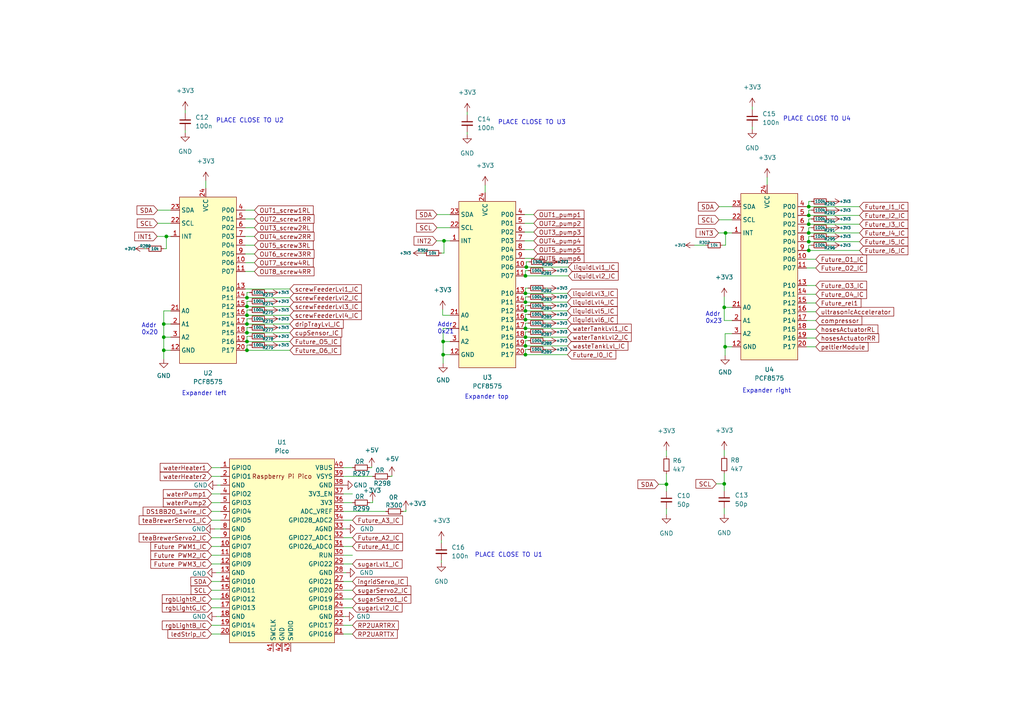
<source format=kicad_sch>
(kicad_sch (version 20231120) (generator "eeschema") (generator_version "8.0")
  (paper "A4")
  (junction (at 152.4 100.33))
  (junction (at 152.4 85.09))
  (junction (at 234.569 65.024))
  (junction (at 152.4 87.63))
  (junction (at 71.628 91.44))
  (junction (at 71.628 101.6))
  (junction (at 193.294 140.462))
  (junction (at 47.498 97.79))
  (junction (at 48.26 68.58))
  (junction (at 71.628 86.36))
  (junction (at 152.4 90.17))
  (junction (at 234.569 72.644))
  (junction (at 152.4 92.71))
  (junction (at 210.312 100.584))
  (junction (at 234.5614 67.564))
  (junction (at 152.4 80.01))
  (junction (at 152.6483 77.47))
  (junction (at 128.524 99.06))
  (junction (at 71.628 88.9))
  (junction (at 234.569 62.484))
  (junction (at 71.628 96.52))
  (junction (at 152.4 97.79))
  (junction (at 152.4 95.25))
  (junction (at 128.524 102.87))
  (junction (at 128.778 69.85))
  (junction (at 210.058 89.154))
  (junction (at 210.058 140.335))
  (junction (at 47.498 93.98))
  (junction (at 234.569 59.944))
  (junction (at 71.628 93.98))
  (junction (at 234.569 70.104))
  (junction (at 71.628 99.06))
  (junction (at 47.498 101.6))
  (junction (at 152.4 102.87))
  (junction (at 210.439 67.564))
  (wire (pts (xy 72.39 87.376) (xy 71.628 87.376)))
  (wire (pts (xy 77.47 84.836) (xy 77.978 84.836)))
  (wire (pts (xy 152.146 97.79) (xy 152.4 97.79)))
  (wire (pts (xy 64.008 143.256) (xy 61.341 143.256)))
  (wire (pts (xy 71.12 76.2) (xy 73.787 76.2)))
  (wire (pts (xy 193.294 137.414) (xy 193.294 140.462)))
  (wire (pts (xy 153.162 91.186) (xy 152.4 91.186)))
  (wire (pts (xy 158.242 101.346) (xy 158.75 101.346)))
  (wire (pts (xy 99.568 143.256) (xy 102.235 143.256)))
  (wire (pts (xy 71.628 86.36) (xy 84.074 86.36)))
  (wire (pts (xy 234.569 59.944) (xy 249.301 59.944)))
  (wire (pts (xy 71.628 88.9) (xy 84.074 88.9)))
  (wire (pts (xy 71.628 93.98) (xy 84.074 93.98)))
  (wire (pts (xy 152.146 77.47) (xy 152.6483 77.47)))
  (wire (pts (xy 222.504 51.435) (xy 222.504 53.594)))
  (wire (pts (xy 71.12 66.04) (xy 73.787 66.04)))
  (wire (pts (xy 193.294 147.574) (xy 193.294 149.225)))
  (wire (pts (xy 234.569 72.644) (xy 249.301 72.644)))
  (wire (pts (xy 234.569 58.42) (xy 234.569 59.944)))
  (wire (pts (xy 72.39 89.916) (xy 71.628 89.916)))
  (wire (pts (xy 128.524 102.87) (xy 128.524 105.41)))
  (wire (pts (xy 233.934 65.024) (xy 234.569 65.024)))
  (wire (pts (xy 152.146 92.71) (xy 152.4 92.71)))
  (wire (pts (xy 126.619 69.85) (xy 128.778 69.85)))
  (wire (pts (xy 152.4 101.346) (xy 152.4 102.87)))
  (wire (pts (xy 128.778 69.85) (xy 130.556 69.85)))
  (wire (pts (xy 152.146 72.39) (xy 154.813 72.39)))
  (wire (pts (xy 128.524 95.25) (xy 128.524 99.06)))
  (wire (pts (xy 99.568 155.956) (xy 102.235 155.956)))
  (wire (pts (xy 77.47 97.536) (xy 77.978 97.536)))
  (wire (pts (xy 152.4 86.106) (xy 152.4 87.63)))
  (wire (pts (xy 153.4103 75.946) (xy 152.6483 75.946)))
  (wire (pts (xy 71.628 91.44) (xy 84.074 91.44)))
  (wire (pts (xy 152.146 62.23) (xy 154.813 62.23)))
  (wire (pts (xy 158.242 78.486) (xy 158.75 78.486)))
  (wire (pts (xy 99.568 140.716) (xy 99.695 140.716)))
  (wire (pts (xy 64.008 161.036) (xy 61.341 161.036)))
  (wire (pts (xy 235.331 63.5) (xy 234.569 63.5)))
  (wire (pts (xy 234.569 71.12) (xy 234.569 72.644)))
  (wire (pts (xy 64.008 155.956) (xy 61.341 155.956)))
  (wire (pts (xy 48.26 68.58) (xy 48.26 72.136)))
  (wire (pts (xy 233.934 90.424) (xy 236.601 90.424)))
  (wire (pts (xy 130.556 99.06) (xy 128.524 99.06)))
  (wire (pts (xy 113.665 138.176) (xy 113.157 138.176)))
  (wire (pts (xy 233.934 85.344) (xy 236.601 85.344)))
  (wire (pts (xy 233.934 77.724) (xy 236.601 77.724)))
  (wire (pts (xy 128.397 89.789) (xy 128.397 91.44)))
  (wire (pts (xy 210.312 96.774) (xy 210.312 100.584)))
  (wire (pts (xy 64.008 135.636) (xy 61.341 135.636)))
  (wire (pts (xy 49.53 90.17) (xy 47.498 90.17)))
  (wire (pts (xy 152.146 69.85) (xy 154.813 69.85)))
  (wire (pts (xy 204.597 71.12) (xy 201.422 71.12)))
  (wire (pts (xy 152.4 80.01) (xy 164.846 80.01)))
  (wire (pts (xy 210.058 147.447) (xy 210.058 149.098)))
  (wire (pts (xy 64.008 148.336) (xy 61.341 148.336)))
  (wire (pts (xy 234.569 68.58) (xy 234.569 70.104)))
  (wire (pts (xy 210.439 67.564) (xy 210.439 71.12)))
  (wire (pts (xy 49.53 97.79) (xy 47.498 97.79)))
  (wire (pts (xy 64.008 138.176) (xy 61.341 138.176)))
  (wire (pts (xy 235.3234 66.04) (xy 234.5614 66.04)))
  (wire (pts (xy 152.4 85.09) (xy 164.592 85.09)))
  (wire (pts (xy 130.556 91.44) (xy 128.397 91.44)))
  (wire (pts (xy 193.294 140.462) (xy 193.294 142.494)))
  (wire (pts (xy 42.418 72.136) (xy 41.91 72.136)))
  (wire (pts (xy 152.146 85.09) (xy 152.4 85.09)))
  (wire (pts (xy 152.4 102.87) (xy 164.592 102.87)))
  (wire (pts (xy 64.008 163.576) (xy 61.341 163.576)))
  (wire (pts (xy 212.344 92.964) (xy 210.058 92.964)))
  (wire (pts (xy 71.628 84.836) (xy 71.628 86.36)))
  (wire (pts (xy 152.6483 75.946) (xy 152.6483 77.47)))
  (wire (pts (xy 234.5614 66.04) (xy 234.5614 67.564)))
  (wire (pts (xy 99.568 183.896) (xy 102.235 183.896)))
  (wire (pts (xy 233.934 59.944) (xy 234.569 59.944)))
  (wire (pts (xy 240.411 68.58) (xy 240.919 68.58)))
  (wire (pts (xy 152.146 64.77) (xy 154.813 64.77)))
  (wire (pts (xy 64.008 178.816) (xy 62.738 178.816)))
  (wire (pts (xy 158.242 93.726) (xy 158.75 93.726)))
  (wire (pts (xy 72.39 84.836) (xy 71.628 84.836)))
  (wire (pts (xy 72.39 97.536) (xy 71.628 97.536)))
  (wire (pts (xy 152.4 78.486) (xy 152.4 80.01)))
  (wire (pts (xy 235.331 68.58) (xy 234.569 68.58)))
  (wire (pts (xy 71.628 89.916) (xy 71.628 91.44)))
  (wire (pts (xy 140.716 53.721) (xy 140.716 55.88)))
  (wire (pts (xy 153.162 78.486) (xy 152.4 78.486)))
  (wire (pts (xy 99.568 158.496) (xy 102.235 158.496)))
  (wire (pts (xy 99.568 135.636) (xy 102.235 135.636)))
  (wire (pts (xy 71.12 86.36) (xy 71.628 86.36)))
  (wire (pts (xy 99.568 168.656) (xy 102.235 168.656)))
  (wire (pts (xy 71.12 78.74) (xy 73.787 78.74)))
  (wire (pts (xy 117.729 147.828) (xy 117.729 148.336)))
  (wire (pts (xy 152.4 83.566) (xy 152.4 85.09)))
  (wire (pts (xy 235.331 60.96) (xy 234.569 60.96)))
  (wire (pts (xy 234.569 62.484) (xy 249.301 62.484)))
  (wire (pts (xy 77.47 100.076) (xy 77.978 100.076)))
  (wire (pts (xy 210.058 137.287) (xy 210.058 140.335)))
  (wire (pts (xy 233.934 87.884) (xy 236.601 87.884)))
  (wire (pts (xy 64.008 183.896) (xy 61.341 183.896)))
  (wire (pts (xy 108.077 145.796) (xy 107.315 145.796)))
  (wire (pts (xy 71.12 71.12) (xy 73.787 71.12)))
  (wire (pts (xy 128.016 162.56) (xy 128.016 163.195)))
  (wire (pts (xy 210.058 140.335) (xy 207.772 140.335)))
  (wire (pts (xy 233.934 75.184) (xy 236.601 75.184)))
  (wire (pts (xy 64.008 158.496) (xy 61.341 158.496)))
  (wire (pts (xy 153.162 101.346) (xy 152.4 101.346)))
  (wire (pts (xy 152.146 95.25) (xy 152.4 95.25)))
  (wire (pts (xy 234.5614 67.564) (xy 249.301 67.564)))
  (wire (pts (xy 152.6483 77.47) (xy 164.846 77.47)))
  (wire (pts (xy 77.47 94.996) (xy 77.978 94.996)))
  (wire (pts (xy 71.12 88.9) (xy 71.628 88.9)))
  (wire (pts (xy 233.934 67.564) (xy 234.5614 67.564)))
  (wire (pts (xy 208.534 63.754) (xy 212.344 63.754)))
  (wire (pts (xy 71.12 101.6) (xy 71.628 101.6)))
  (wire (pts (xy 71.12 73.66) (xy 73.787 73.66)))
  (wire (pts (xy 128.016 156.718) (xy 128.016 157.48)))
  (wire (pts (xy 152.4 97.79) (xy 164.592 97.79)))
  (wire (pts (xy 210.058 130.556) (xy 210.058 132.207)))
  (wire (pts (xy 47.498 97.79) (xy 47.498 101.6)))
  (wire (pts (xy 152.4 100.33) (xy 164.592 100.33)))
  (wire (pts (xy 99.568 150.876) (xy 102.235 150.876)))
  (wire (pts (xy 240.411 63.5) (xy 240.919 63.5)))
  (wire (pts (xy 53.721 32.004) (xy 53.721 32.766)))
  (wire (pts (xy 210.312 100.584) (xy 212.344 100.584)))
  (wire (pts (xy 64.008 176.276) (xy 61.341 176.276)))
  (wire (pts (xy 122.936 73.406) (xy 122.428 73.406)))
  (wire (pts (xy 107.823 135.382) (xy 107.823 135.636)))
  (wire (pts (xy 45.72 64.77) (xy 49.53 64.77)))
  (wire (pts (xy 152.146 90.17) (xy 152.4 90.17)))
  (wire (pts (xy 47.498 101.6) (xy 49.53 101.6)))
  (wire (pts (xy 71.12 99.06) (xy 71.628 99.06)))
  (wire (pts (xy 158.242 91.186) (xy 158.75 91.186)))
  (wire (pts (xy 158.242 98.806) (xy 158.75 98.806)))
  (wire (pts (xy 128.524 102.87) (xy 130.556 102.87)))
  (wire (pts (xy 128.016 73.406) (xy 128.778 73.406)))
  (wire (pts (xy 152.4 90.17) (xy 164.592 90.17)))
  (wire (pts (xy 209.677 71.12) (xy 210.439 71.12)))
  (wire (pts (xy 47.498 72.136) (xy 48.26 72.136)))
  (wire (pts (xy 77.47 89.916) (xy 77.978 89.916)))
  (wire (pts (xy 71.628 99.06) (xy 84.074 99.06)))
  (wire (pts (xy 153.162 98.806) (xy 152.4 98.806)))
  (wire (pts (xy 99.568 138.176) (xy 108.077 138.176)))
  (wire (pts (xy 240.411 71.12) (xy 240.919 71.12)))
  (wire (pts (xy 45.593 68.58) (xy 48.26 68.58)))
  (wire (pts (xy 99.568 171.196) (xy 102.235 171.196)))
  (wire (pts (xy 71.628 87.376) (xy 71.628 88.9)))
  (wire (pts (xy 152.4 88.646) (xy 152.4 90.17)))
  (wire (pts (xy 158.242 86.106) (xy 158.75 86.106)))
  (wire (pts (xy 218.186 36.83) (xy 218.186 37.465)))
  (wire (pts (xy 210.058 89.154) (xy 212.344 89.154)))
  (wire (pts (xy 240.411 58.42) (xy 240.919 58.42)))
  (wire (pts (xy 99.568 145.796) (xy 102.235 145.796)))
  (wire (pts (xy 152.146 100.33) (xy 152.4 100.33)))
  (wire (pts (xy 153.162 86.106) (xy 152.4 86.106)))
  (wire (pts (xy 64.008 171.196) (xy 61.341 171.196)))
  (wire (pts (xy 99.568 178.816) (xy 100.076 178.816)))
  (wire (pts (xy 71.12 96.52) (xy 71.628 96.52)))
  (wire (pts (xy 233.934 72.644) (xy 234.569 72.644)))
  (wire (pts (xy 64.008 166.116) (xy 62.738 166.116)))
  (wire (pts (xy 152.146 80.01) (xy 152.4 80.01)))
  (wire (pts (xy 210.058 92.964) (xy 210.058 89.154)))
  (wire (pts (xy 71.628 96.52) (xy 84.074 96.52)))
  (wire (pts (xy 71.12 63.5) (xy 73.787 63.5)))
  (wire (pts (xy 126.746 66.04) (xy 130.556 66.04)))
  (wire (pts (xy 233.934 100.584) (xy 236.601 100.584)))
  (wire (pts (xy 158.242 83.566) (xy 158.75 83.566)))
  (wire (pts (xy 108.077 145.288) (xy 108.077 145.796)))
  (wire (pts (xy 152.4 91.186) (xy 152.4 92.71)))
  (wire (pts (xy 233.934 82.804) (xy 236.601 82.804)))
  (wire (pts (xy 77.47 87.376) (xy 77.978 87.376)))
  (wire (pts (xy 233.934 70.104) (xy 234.569 70.104)))
  (wire (pts (xy 126.746 62.23) (xy 130.556 62.23)))
  (wire (pts (xy 71.628 101.6) (xy 84.074 101.6)))
  (wire (pts (xy 71.628 97.536) (xy 71.628 99.06)))
  (wire (pts (xy 235.331 71.12) (xy 234.569 71.12)))
  (wire (pts (xy 153.162 93.726) (xy 152.4 93.726)))
  (wire (pts (xy 153.162 96.266) (xy 152.4 96.266)))
  (wire (pts (xy 152.146 67.31) (xy 154.813 67.31)))
  (wire (pts (xy 49.53 93.98) (xy 47.498 93.98)))
  (wire (pts (xy 152.146 87.63) (xy 152.4 87.63)))
  (wire (pts (xy 152.4 95.25) (xy 164.592 95.25)))
  (wire (pts (xy 128.778 69.85) (xy 128.778 73.406)))
  (wire (pts (xy 64.008 150.876) (xy 61.341 150.876)))
  (wire (pts (xy 72.39 100.076) (xy 71.628 100.076)))
  (wire (pts (xy 158.242 88.646) (xy 158.75 88.646)))
  (wire (pts (xy 71.628 100.076) (xy 71.628 101.6)))
  (wire (pts (xy 71.12 68.58) (xy 73.787 68.58)))
  (wire (pts (xy 72.39 92.456) (xy 71.628 92.456)))
  (wire (pts (xy 234.569 60.96) (xy 234.569 62.484)))
  (wire (pts (xy 107.823 135.636) (xy 107.315 135.636)))
  (wire (pts (xy 135.509 38.354) (xy 135.509 38.989)))
  (wire (pts (xy 71.12 93.98) (xy 71.628 93.98)))
  (wire (pts (xy 62.992 140.716) (xy 64.008 140.716)))
  (wire (pts (xy 193.294 130.683) (xy 193.294 132.334)))
  (wire (pts (xy 71.628 94.996) (xy 71.628 96.52)))
  (wire (pts (xy 210.058 140.335) (xy 210.058 142.367)))
  (wire (pts (xy 233.934 92.964) (xy 236.601 92.964)))
  (wire (pts (xy 210.439 67.564) (xy 212.344 67.564)))
  (wire (pts (xy 208.534 59.944) (xy 212.344 59.944)))
  (wire (pts (xy 210.058 89.154) (xy 210.058 86.106)))
  (wire (pts (xy 218.186 30.988) (xy 218.186 31.75)))
  (wire (pts (xy 234.569 65.024) (xy 249.301 65.024)))
  (wire (pts (xy 72.39 94.996) (xy 71.628 94.996)))
  (wire (pts (xy 158.4903 75.946) (xy 158.9983 75.946)))
  (wire (pts (xy 59.69 52.451) (xy 59.69 54.61)))
  (wire (pts (xy 71.12 83.82) (xy 84.074 83.82)))
  (wire (pts (xy 62.23 153.416) (xy 64.008 153.416)))
  (wire (pts (xy 99.568 153.416) (xy 100.33 153.416)))
  (wire (pts (xy 153.162 88.646) (xy 152.4 88.646)))
  (wire (pts (xy 152.4 87.63) (xy 164.592 87.63)))
  (wire (pts (xy 64.008 173.736) (xy 61.341 173.736)))
  (wire (pts (xy 208.407 67.564) (xy 210.439 67.564)))
  (wire (pts (xy 53.721 37.846) (xy 53.721 38.481)))
  (wire (pts (xy 153.162 83.566) (xy 152.4 83.566)))
  (wire (pts (xy 99.568 173.736) (xy 102.235 173.736)))
  (wire (pts (xy 233.934 62.484) (xy 234.569 62.484)))
  (wire (pts (xy 152.4 92.71) (xy 164.592 92.71)))
  (wire (pts (xy 64.008 181.356) (xy 61.341 181.356)))
  (wire (pts (xy 77.47 92.456) (xy 77.978 92.456)))
  (wire (pts (xy 152.4 98.806) (xy 152.4 100.33)))
  (wire (pts (xy 71.628 92.456) (xy 71.628 93.98)))
  (wire (pts (xy 210.312 100.584) (xy 210.312 103.124)))
  (wire (pts (xy 71.12 60.96) (xy 73.787 60.96)))
  (wire (pts (xy 113.665 137.922) (xy 113.665 138.176)))
  (wire (pts (xy 152.4 96.266) (xy 152.4 97.79)))
  (wire (pts (xy 45.72 60.96) (xy 49.53 60.96)))
  (wire (pts (xy 212.344 96.774) (xy 210.312 96.774)))
  (wire (pts (xy 71.12 91.44) (xy 71.628 91.44)))
  (wire (pts (xy 99.568 161.036) (xy 102.235 161.036)))
  (wire (pts (xy 233.934 95.504) (xy 236.601 95.504)))
  (wire (pts (xy 152.4 93.726) (xy 152.4 95.25)))
  (wire (pts (xy 99.568 166.116) (xy 100.33 166.116)))
  (wire (pts (xy 193.294 140.462) (xy 191.008 140.462)))
  (wire (pts (xy 99.568 148.336) (xy 111.887 148.336)))
  (wire (pts (xy 47.498 101.6) (xy 47.498 104.14)))
  (wire (pts (xy 235.331 58.42) (xy 234.569 58.42)))
  (wire (pts (xy 117.729 148.336) (xy 116.967 148.336)))
  (wire (pts (xy 128.524 99.06) (xy 128.524 102.87)))
  (wire (pts (xy 99.568 163.576) (xy 102.235 163.576)))
  (wire (pts (xy 240.411 60.96) (xy 240.919 60.96)))
  (wire (pts (xy 135.509 32.512) (xy 135.509 33.274)))
  (wire (pts (xy 152.146 102.87) (xy 152.4 102.87)))
  (wire (pts (xy 152.146 74.93) (xy 154.813 74.93)))
  (wire (pts (xy 64.008 168.656) (xy 61.341 168.656)))
  (wire (pts (xy 130.556 95.25) (xy 128.524 95.25)))
  (wire (pts (xy 240.4034 66.04) (xy 240.9114 66.04)))
  (wire (pts (xy 99.568 181.356) (xy 102.235 181.356)))
  (wire (pts (xy 158.242 96.266) (xy 158.75 96.266)))
  (wire (pts (xy 47.498 90.17) (xy 47.498 93.98)))
  (wire (pts (xy 48.26 68.58) (xy 49.53 68.58)))
  (wire (pts (xy 47.498 93.98) (xy 47.498 97.79)))
  (wire (pts (xy 99.568 176.276) (xy 102.235 176.276)))
  (wire (pts (xy 234.569 63.5) (xy 234.569 65.024)))
  (wire (pts (xy 233.934 98.044) (xy 236.601 98.044)))
  (wire (pts (xy 64.008 145.796) (xy 61.341 145.796)))
  (wire (pts (xy 234.569 70.104) (xy 249.301 70.104)))
  (text "PLACE CLOSE TO U4" (at 227.076 35.306 0) (effects (font (size 1.27 1.27)) (justify left bottom)))
  (text "Expander left\n" (at 52.705 114.935 0) (effects (font (size 1.27 1.27)) (justify left bottom)))
  (text "Addr\n0x20" (at 41.021 97.282 0) (effects (font (size 1.27 1.27)) (justify left bottom)))
  (text "PLACE CLOSE TO U2" (at 62.611 35.814 0) (effects (font (size 1.27 1.27)) (justify left bottom)))
  (text "PLACE CLOSE TO U1" (at 137.668 161.798 0) (effects (font (size 1.27 1.27)) (justify left bottom)))
  (text "Expander right" (at 215.265 114.173 0) (effects (font (size 1.27 1.27)) (justify left bottom)))
  (text "PLACE CLOSE TO U3" (at 144.399 36.322 0) (effects (font (size 1.27 1.27)) (justify left bottom)))
  (text "Addr\n0x21" (at 126.873 97.028 0) (effects (font (size 1.27 1.27)) (justify left bottom)))
  (text "Addr\n0x23" (at 204.597 93.98 0) (effects (font (size 1.27 1.27)) (justify left bottom)))
  (text "Expander top\n" (at 134.747 115.951 0) (effects (font (size 1.27 1.27)) (justify left bottom)))
  (global_label "cupSensor_IC" (shape input) (at 84.074 96.52 0) (property "Intersheetrefs" "${INTERSHEET_REFS}" (effects (hide yes))))
  (global_label "Future_O3_IC" (shape input) (at 236.601 82.804 0) (property "Intersheetrefs" "${INTERSHEET_REFS}" (effects (hide yes))))
  (global_label "sugarServo2_IC" (shape input) (at 102.235 171.196 0) (property "Intersheetrefs" "${INTERSHEET_REFS}" (effects (hide yes))))
  (global_label "OUT5_pump6" (shape input) (at 154.813 74.93 0) (property "Intersheetrefs" "${INTERSHEET_REFS}" (effects (hide yes))))
  (global_label "SCL" (shape input) (at 126.746 66.04 180) (property "Intersheetrefs" "${INTERSHEET_REFS}" (effects (hide yes))))
  (global_label "waterTankLvl1_IC" (shape input) (at 164.592 95.25 0) (property "Intersheetrefs" "${INTERSHEET_REFS}" (effects (hide yes))))
  (global_label "hosesActuatorRR" (shape input) (at 236.601 98.044 0) (property "Intersheetrefs" "${INTERSHEET_REFS}" (effects (hide yes))))
  (global_label "SCL" (shape input) (at 207.772 140.335 180) (property "Intersheetrefs" "${INTERSHEET_REFS}" (effects (hide yes))))
  (global_label "SCL" (shape input) (at 208.534 63.754 180) (property "Intersheetrefs" "${INTERSHEET_REFS}" (effects (hide yes))))
  (global_label "sugarLvl1_IC" (shape input) (at 102.235 163.576 0) (property "Intersheetrefs" "${INTERSHEET_REFS}" (effects (hide yes))))
  (global_label "rgbLightR_IC" (shape input) (at 61.341 173.736 180) (property "Intersheetrefs" "${INTERSHEET_REFS}" (effects (hide yes))))
  (global_label "OUT1_screw1RL" (shape input) (at 73.787 60.96 0) (property "Intersheetrefs" "${INTERSHEET_REFS}" (effects (hide yes))))
  (global_label "ultrasonicAccelerator" (shape input) (at 236.601 90.424 0) (property "Intersheetrefs" "${INTERSHEET_REFS}" (effects (hide yes))))
  (global_label "Future PWM3_IC" (shape input) (at 61.341 163.576 180) (property "Intersheetrefs" "${INTERSHEET_REFS}" (effects (hide yes))))
  (global_label "Future_A3_IC" (shape input) (at 102.235 150.876 0) (property "Intersheetrefs" "${INTERSHEET_REFS}" (effects (hide yes))))
  (global_label "sugarServo1_IC" (shape input) (at 102.235 173.736 0) (property "Intersheetrefs" "${INTERSHEET_REFS}" (effects (hide yes))))
  (global_label "Future_I4_IC" (shape input) (at 249.301 67.564 0) (property "Intersheetrefs" "${INTERSHEET_REFS}" (effects (hide yes))))
  (global_label "SDA" (shape input) (at 61.341 168.656 180) (property "Intersheetrefs" "${INTERSHEET_REFS}" (effects (hide yes))))
  (global_label "RP2UARTTX" (shape input) (at 102.235 183.896 0) (property "Intersheetrefs" "${INTERSHEET_REFS}" (effects (hide yes))))
  (global_label "SCL" (shape input) (at 45.72 64.77 180) (property "Intersheetrefs" "${INTERSHEET_REFS}" (effects (hide yes))))
  (global_label "wasteTankLvl_IC" (shape input) (at 164.592 100.33 0) (property "Intersheetrefs" "${INTERSHEET_REFS}" (effects (hide yes))))
  (global_label "OUT5_screw3RL" (shape input) (at 73.787 71.12 0) (property "Intersheetrefs" "${INTERSHEET_REFS}" (effects (hide yes))))
  (global_label "screwFeederLvl4_IC" (shape input) (at 84.074 91.44 0) (property "Intersheetrefs" "${INTERSHEET_REFS}" (effects (hide yes))))
  (global_label "OUT7_screw4RL" (shape input) (at 73.787 76.2 0) (property "Intersheetrefs" "${INTERSHEET_REFS}" (effects (hide yes))))
  (global_label "SDA" (shape input) (at 191.008 140.462 180) (property "Intersheetrefs" "${INTERSHEET_REFS}" (effects (hide yes))))
  (global_label "peltierModule" (shape input) (at 236.601 100.584 0) (property "Intersheetrefs" "${INTERSHEET_REFS}" (effects (hide yes))))
  (global_label "Future_O6_IC" (shape input) (at 84.074 101.6 0) (property "Intersheetrefs" "${INTERSHEET_REFS}" (effects (hide yes))))
  (global_label "hosesActuatorRL" (shape input) (at 236.601 95.504 0) (property "Intersheetrefs" "${INTERSHEET_REFS}" (effects (hide yes))))
  (global_label "teaBrewerServo1_IC" (shape input) (at 61.341 150.876 180) (property "Intersheetrefs" "${INTERSHEET_REFS}" (effects (hide yes))))
  (global_label "liquidLvl2_IC" (shape input) (at 164.846 80.01 0) (property "Intersheetrefs" "${INTERSHEET_REFS}" (effects (hide yes))))
  (global_label "liquidLvl6_IC" (shape input) (at 164.592 92.71 0) (property "Intersheetrefs" "${INTERSHEET_REFS}" (effects (hide yes))))
  (global_label "SCL" (shape input) (at 61.341 171.196 180) (property "Intersheetrefs" "${INTERSHEET_REFS}" (effects (hide yes))))
  (global_label "Future PWM2_IC" (shape input) (at 61.341 161.036 180) (property "Intersheetrefs" "${INTERSHEET_REFS}" (effects (hide yes))))
  (global_label "ledStrip_IC" (shape input) (at 61.341 183.896 180) (property "Intersheetrefs" "${INTERSHEET_REFS}" (effects (hide yes))))
  (global_label "Future_I6_IC" (shape input) (at 249.301 72.644 0) (property "Intersheetrefs" "${INTERSHEET_REFS}" (effects (hide yes))))
  (global_label "Future_I1_IC" (shape input) (at 249.301 59.944 0) (property "Intersheetrefs" "${INTERSHEET_REFS}" (effects (hide yes))))
  (global_label "OUT2_pump2" (shape input) (at 154.813 64.77 0) (property "Intersheetrefs" "${INTERSHEET_REFS}" (effects (hide yes))))
  (global_label "screwFeederLvl3_IC" (shape input) (at 84.074 88.9 0) (property "Intersheetrefs" "${INTERSHEET_REFS}" (effects (hide yes))))
  (global_label "sugarLvl2_IC" (shape input) (at 102.235 176.276 0) (property "Intersheetrefs" "${INTERSHEET_REFS}" (effects (hide yes))))
  (global_label "compressor" (shape input) (at 236.601 92.964 0) (property "Intersheetrefs" "${INTERSHEET_REFS}" (effects (hide yes))))
  (global_label "liquidLvl3_IC" (shape input) (at 164.592 85.09 0) (property "Intersheetrefs" "${INTERSHEET_REFS}" (effects (hide yes))))
  (global_label "OUT3_screw2RL" (shape input) (at 73.787 66.04 0) (property "Intersheetrefs" "${INTERSHEET_REFS}" (effects (hide yes))))
  (global_label "OUT1_pump1" (shape input) (at 154.813 62.23 0) (property "Intersheetrefs" "${INTERSHEET_REFS}" (effects (hide yes))))
  (global_label "OUT4_pump4" (shape input) (at 154.813 69.85 0) (property "Intersheetrefs" "${INTERSHEET_REFS}" (effects (hide yes))))
  (global_label "ingridServo_IC" (shape input) (at 102.235 168.656 0) (property "Intersheetrefs" "${INTERSHEET_REFS}" (effects (hide yes))))
  (global_label "INT3" (shape input) (at 208.407 67.564 180) (property "Intersheetrefs" "${INTERSHEET_REFS}" (effects (hide yes))))
  (global_label "Future_O4_IC" (shape input) (at 236.601 85.344 0) (property "Intersheetrefs" "${INTERSHEET_REFS}" (effects (hide yes))))
  (global_label "Future_A2_IC" (shape input) (at 102.235 155.956 0) (property "Intersheetrefs" "${INTERSHEET_REFS}" (effects (hide yes))))
  (global_label "RP2UARTRX" (shape input) (at 102.235 181.356 0) (property "Intersheetrefs" "${INTERSHEET_REFS}" (effects (hide yes))))
  (global_label "rgbLightG_IC" (shape input) (at 61.341 176.276 180) (property "Intersheetrefs" "${INTERSHEET_REFS}" (effects (hide yes))))
  (global_label "rgbLightB_IC" (shape input) (at 61.341 181.356 180) (property "Intersheetrefs" "${INTERSHEET_REFS}" (effects (hide yes))))
  (global_label "OUT5_pump5" (shape input) (at 154.813 72.39 0) (property "Intersheetrefs" "${INTERSHEET_REFS}" (effects (hide yes))))
  (global_label "OUT2_screw1RR" (shape input) (at 73.787 63.5 0) (property "Intersheetrefs" "${INTERSHEET_REFS}" (effects (hide yes))))
  (global_label "SDA" (shape input) (at 126.746 62.23 180) (property "Intersheetrefs" "${INTERSHEET_REFS}" (effects (hide yes))))
  (global_label "Future_O2_IC" (shape input) (at 236.601 77.724 0) (property "Intersheetrefs" "${INTERSHEET_REFS}" (effects (hide yes))))
  (global_label "Future_I2_IC" (shape input) (at 249.301 62.484 0) (property "Intersheetrefs" "${INTERSHEET_REFS}" (effects (hide yes))))
  (global_label "waterTankLvl2_IC" (shape input) (at 164.592 97.79 0) (property "Intersheetrefs" "${INTERSHEET_REFS}" (effects (hide yes))))
  (global_label "Future_I3_IC" (shape input) (at 249.301 65.024 0) (property "Intersheetrefs" "${INTERSHEET_REFS}" (effects (hide yes))))
  (global_label "waterPump1" (shape input) (at 61.341 143.256 180) (property "Intersheetrefs" "${INTERSHEET_REFS}" (effects (hide yes))))
  (global_label "SDA" (shape input) (at 45.72 60.96 180) (property "Intersheetrefs" "${INTERSHEET_REFS}" (effects (hide yes))))
  (global_label "teaBrewerServo2_IC" (shape input) (at 61.341 155.956 180) (property "Intersheetrefs" "${INTERSHEET_REFS}" (effects (hide yes))))
  (global_label "INT2" (shape input) (at 126.619 69.85 180) (property "Intersheetrefs" "${INTERSHEET_REFS}" (effects (hide yes))))
  (global_label "Future_O1_IC" (shape input) (at 236.601 75.184 0) (property "Intersheetrefs" "${INTERSHEET_REFS}" (effects (hide yes))))
  (global_label "OUT3_pump3" (shape input) (at 154.813 67.31 0) (property "Intersheetrefs" "${INTERSHEET_REFS}" (effects (hide yes))))
  (global_label "liquidLvl5_IC" (shape input) (at 164.592 90.17 0) (property "Intersheetrefs" "${INTERSHEET_REFS}" (effects (hide yes))))
  (global_label "liquidLvl4_IC" (shape input) (at 164.592 87.63 0) (property "Intersheetrefs" "${INTERSHEET_REFS}" (effects (hide yes))))
  (global_label "dripTrayLvl_IC" (shape input) (at 84.074 93.98 0) (property "Intersheetrefs" "${INTERSHEET_REFS}" (effects (hide yes))))
  (global_label "Future_A1_IC" (shape input) (at 102.235 158.496 0) (property "Intersheetrefs" "${INTERSHEET_REFS}" (effects (hide yes))))
  (global_label "liquidLvl1_IC" (shape input) (at 164.846 77.47 0) (property "Intersheetrefs" "${INTERSHEET_REFS}" (effects (hide yes))))
  (global_label "screwFeederLvl2_IC" (shape input) (at 84.074 86.36 0) (property "Intersheetrefs" "${INTERSHEET_REFS}" (effects (hide yes))))
  (global_label "OUT6_screw3RR" (shape input) (at 73.787 73.66 0) (property "Intersheetrefs" "${INTERSHEET_REFS}" (effects (hide yes))))
  (global_label "screwFeederLvl1_IC" (shape input) (at 84.074 83.82 0) (property "Intersheetrefs" "${INTERSHEET_REFS}" (effects (hide yes))))
  (global_label "Future PWM1_IC" (shape input) (at 61.341 158.496 180) (property "Intersheetrefs" "${INTERSHEET_REFS}" (effects (hide yes))))
  (global_label "waterHeater2" (shape input) (at 61.341 138.176 180) (property "Intersheetrefs" "${INTERSHEET_REFS}" (effects (hide yes))))
  (global_label "SDA" (shape input) (at 208.534 59.944 180) (property "Intersheetrefs" "${INTERSHEET_REFS}" (effects (hide yes))))
  (global_label "Future_I5_IC" (shape input) (at 249.301 70.104 0) (property "Intersheetrefs" "${INTERSHEET_REFS}" (effects (hide yes))))
  (global_label "Future_O5_IC" (shape input) (at 84.074 99.06 0) (property "Intersheetrefs" "${INTERSHEET_REFS}" (effects (hide yes))))
  (global_label "Future_I0_IC" (shape input) (at 164.592 102.87 0) (property "Intersheetrefs" "${INTERSHEET_REFS}" (effects (hide yes))))
  (global_label "INT1" (shape input) (at 45.593 68.58 180) (property "Intersheetrefs" "${INTERSHEET_REFS}" (effects (hide yes))))
  (global_label "OUT8_screw4RR" (shape input) (at 73.787 78.74 0) (property "Intersheetrefs" "${INTERSHEET_REFS}" (effects (hide yes))))
  (global_label "waterHeater1" (shape input) (at 61.341 135.636 180) (property "Intersheetrefs" "${INTERSHEET_REFS}" (effects (hide yes))))
  (global_label "waterPump2" (shape input) (at 61.341 145.796 180) (property "Intersheetrefs" "${INTERSHEET_REFS}" (effects (hide yes))))
  (global_label "Future_rel1" (shape input) (at 236.601 87.884 0) (property "Intersheetrefs" "${INTERSHEET_REFS}" (effects (hide yes))))
  (global_label "DS18B20_1wire_IC" (shape input) (at 61.341 148.336 180) (property "Intersheetrefs" "${INTERSHEET_REFS}" (effects (hide yes))))
  (global_label "OUT4_screw2RR" (shape input) (at 73.787 68.58 0) (property "Intersheetrefs" "${INTERSHEET_REFS}" (effects (hide yes))))
  (symbol (lib_id "Library:R_Small") (at 155.702 101.346 90) (unit 1)
    (property "Reference" "R289" (at 158.496 102.108 90) (effects (font (size 0.8 0.8))))
    (property "Value" "100k" (at 155.702 101.346 90) (effects (font (size 0.8 0.8))))
    (property "Footprint" "Resistor_SMD:R_0603_1608Metric" (effects (hide yes)))
    (property "Description" "Resistor, small symbol" (effects (hide yes)))
  )
  (symbol (lib_id "Library:PCF8575") (at 59.69 80.01 0) (unit 1)
    (property "Reference" "U2" (at 60.325 108.204 0))
    (property "Value" "PCF8575" (at 60.325 110.744 0))
    (property "Footprint" "test:SOP65P775X200-24N" (effects (hide yes)))
    (property "Datasheet" "https://www.ti.com/lit/ds/symlink/pcf8575.pdf?ts=1671222765991&ref_url=https%253A%252F%252Fwww.startpage.com%252F" (effects (hide yes)))
  )
  (symbol (lib_id "Library:R_Small") (at 104.775 145.796 270) (unit 1)
    (property "Reference" "R299" (at 102.235 147.574 90) (effects (justify left)))
    (property "Value" "0R" (at 102.997 144.018 90) (effects (justify left)))
    (property "Footprint" "Resistor_SMD:R_0603_1608Metric" (effects (hide yes)))
    (property "Description" "Resistor, small symbol" (effects (hide yes)))
  )
  (symbol (lib_id "Library:+3V3") (at 77.978 92.456 270) (unit 1)
    (property "Reference" "#PWR0491" (effects (hide yes)))
    (property "Value" "+3V3" (at 80.518 92.456 90) (effects (font (size 0.8 0.8)) (justify left)))
    (property "Description" "Power symbol creates a global label with name \"+3V3\"" (effects (hide yes)))
  )
  (symbol (lib_id "Library:+3V3") (at 53.721 32.004 0) (unit 1)
    (property "Reference" "#PWR0226" (effects (hide yes)))
    (property "Value" "+3V3" (at 53.721 26.289 0))
    (property "Description" "Power symbol creates a global label with name \"+3V3\"" (effects (hide yes)))
  )
  (symbol (lib_id "Library:PCF8575") (at 222.504 78.994 0) (unit 1)
    (property "Reference" "U4" (at 223.139 107.188 0))
    (property "Value" "PCF8575" (at 223.139 109.728 0))
    (property "Footprint" "test:SOP65P775X200-24N" (effects (hide yes)))
    (property "Datasheet" "https://www.ti.com/lit/ds/symlink/pcf8575.pdf?ts=1671222765991&ref_url=https%253A%252F%252Fwww.startpage.com%252F" (effects (hide yes)))
  )
  (symbol (lib_id "Library:GND") (at 100.33 153.416 90) (mirror x) (unit 1)
    (property "Reference" "#PWR0203" (effects (hide yes)))
    (property "Value" "GND" (at 104.394 153.4159 90) (effects (justify right)))
    (property "Description" "Power symbol creates a global label with name \"GND\" , ground" (effects (hide yes)))
  )
  (symbol (lib_id "Library:GND") (at 218.186 37.465 0) (unit 1)
    (property "Reference" "#PWR0223" (effects (hide yes)))
    (property "Value" "GND" (at 218.186 42.926 0))
    (property "Description" "Power symbol creates a global label with name \"GND\" , ground" (effects (hide yes)))
  )
  (symbol (lib_id "Library:R_Small") (at 193.294 134.874 0) (unit 1)
    (property "Reference" "R6" (at 195.072 133.6039 0) (effects (justify left)))
    (property "Value" "4k7" (at 195.072 136.1439 0) (effects (justify left)))
    (property "Footprint" "Resistor_SMD:R_0603_1608Metric" (effects (hide yes)))
    (property "Description" "Resistor, small symbol" (effects (hide yes)))
  )
  (symbol (lib_id "Library:R_Small") (at 74.93 87.376 90) (unit 1)
    (property "Reference" "R274" (at 77.724 88.138 90) (effects (font (size 0.8 0.8))))
    (property "Value" "100k" (at 74.93 87.376 90) (effects (font (size 0.8 0.8))))
    (property "Footprint" "Resistor_SMD:R_0603_1608Metric" (effects (hide yes)))
    (property "Description" "Resistor, small symbol" (effects (hide yes)))
  )
  (symbol (lib_id "Library:R_Small") (at 237.871 68.58 90) (unit 1)
    (property "Reference" "R295" (at 240.665 69.342 90) (effects (font (size 0.8 0.8))))
    (property "Value" "100k" (at 237.871 68.58 90) (effects (font (size 0.8 0.8))))
    (property "Footprint" "Resistor_SMD:R_0603_1608Metric" (effects (hide yes)))
    (property "Description" "Resistor, small symbol" (effects (hide yes)))
  )
  (symbol (lib_id "Library:GND") (at 210.058 149.098 0) (unit 1)
    (property "Reference" "#PWR0234" (effects (hide yes)))
    (property "Value" "GND" (at 210.058 154.559 0))
    (property "Description" "Power symbol creates a global label with name \"GND\" , ground" (effects (hide yes)))
  )
  (symbol (lib_id "Library:R_Small") (at 74.93 92.456 90) (unit 1)
    (property "Reference" "R276" (at 77.724 93.218 90) (effects (font (size 0.8 0.8))))
    (property "Value" "100k" (at 74.93 92.456 90) (effects (font (size 0.8 0.8))))
    (property "Footprint" "Resistor_SMD:R_0603_1608Metric" (effects (hide yes)))
    (property "Description" "Resistor, small symbol" (effects (hide yes)))
  )
  (symbol (lib_id "Library:Pico") (at 81.788 159.766 0) (unit 1)
    (property "Reference" "U1" (at 81.788 128.27 0))
    (property "Value" "Pico" (at 81.788 130.81 0))
    (property "Footprint" "RPi_Pico:RPi_Pico_SMD_TH" (effects (hide yes)))
  )
  (symbol (lib_id "Library:GND") (at 100.33 166.116 90) (mirror x) (unit 1)
    (property "Reference" "#PWR0205" (effects (hide yes)))
    (property "Value" "GND" (at 104.267 166.1159 90) (effects (justify right)))
    (property "Description" "Power symbol creates a global label with name \"GND\" , ground" (effects (hide yes)))
  )
  (symbol (lib_id "Library:R_Small") (at 155.702 88.646 90) (unit 1)
    (property "Reference" "R284" (at 158.496 89.408 90) (effects (font (size 0.8 0.8))))
    (property "Value" "100k" (at 155.702 88.646 90) (effects (font (size 0.8 0.8))))
    (property "Footprint" "Resistor_SMD:R_0603_1608Metric" (effects (hide yes)))
    (property "Description" "Resistor, small symbol" (effects (hide yes)))
  )
  (symbol (lib_id "Library:R_Small") (at 237.871 58.42 90) (unit 1)
    (property "Reference" "R292" (at 240.665 59.182 90) (effects (font (size 0.8 0.8))))
    (property "Value" "100k" (at 237.871 58.42 90) (effects (font (size 0.8 0.8))))
    (property "Footprint" "Resistor_SMD:R_0603_1608Metric" (effects (hide yes)))
    (property "Description" "Resistor, small symbol" (effects (hide yes)))
  )
  (symbol (lib_id "Library:R_Small") (at 237.871 63.5 90) (unit 1)
    (property "Reference" "R294" (at 240.665 64.262 90) (effects (font (size 0.8 0.8))))
    (property "Value" "100k" (at 237.871 63.5 90) (effects (font (size 0.8 0.8))))
    (property "Footprint" "Resistor_SMD:R_0603_1608Metric" (effects (hide yes)))
    (property "Description" "Resistor, small symbol" (effects (hide yes)))
  )
  (symbol (lib_id "Library:R_Small") (at 155.702 98.806 90) (unit 1)
    (property "Reference" "R288" (at 158.496 99.568 90) (effects (font (size 0.8 0.8))))
    (property "Value" "100k" (at 155.702 98.806 90) (effects (font (size 0.8 0.8))))
    (property "Footprint" "Resistor_SMD:R_0603_1608Metric" (effects (hide yes)))
    (property "Description" "Resistor, small symbol" (effects (hide yes)))
  )
  (symbol (lib_id "Library:C_Small") (at 218.186 34.29 0) (unit 1)
    (property "Reference" "C15" (at 221.107 33.0262 0) (effects (justify left)))
    (property "Value" "100n" (at 221.107 35.5662 0) (effects (justify left)))
    (property "Footprint" "Capacitor_SMD:C_0603_1608Metric" (effects (hide yes)))
    (property "Description" "Unpolarized capacitor, small symbol" (effects (hide yes)))
  )
  (symbol (lib_id "Library:R_Small") (at 74.93 100.076 90) (unit 1)
    (property "Reference" "R279" (at 77.724 100.838 90) (effects (font (size 0.8 0.8))))
    (property "Value" "100k" (at 74.93 100.076 90) (effects (font (size 0.8 0.8))))
    (property "Footprint" "Resistor_SMD:R_0603_1608Metric" (effects (hide yes)))
    (property "Description" "Resistor, small symbol" (effects (hide yes)))
  )
  (symbol (lib_id "Library:+3V3") (at 128.016 156.718 0) (unit 1)
    (property "Reference" "#PWR0221" (effects (hide yes)))
    (property "Value" "+3V3" (at 128.016 151.003 0))
    (property "Description" "Power symbol creates a global label with name \"+3V3\"" (effects (hide yes)))
  )
  (symbol (lib_id "Library:C_Small") (at 53.721 35.306 0) (unit 1)
    (property "Reference" "C12" (at 56.642 34.0422 0) (effects (justify left)))
    (property "Value" "100n" (at 56.642 36.5822 0) (effects (justify left)))
    (property "Footprint" "Capacitor_SMD:C_0603_1608Metric" (effects (hide yes)))
    (property "Description" "Unpolarized capacitor, small symbol" (effects (hide yes)))
  )
  (symbol (lib_id "Library:R_Small") (at 74.93 89.916 90) (unit 1)
    (property "Reference" "R275" (at 77.724 90.678 90) (effects (font (size 0.8 0.8))))
    (property "Value" "100k" (at 74.93 89.916 90) (effects (font (size 0.8 0.8))))
    (property "Footprint" "Resistor_SMD:R_0603_1608Metric" (effects (hide yes)))
    (property "Description" "Resistor, small symbol" (effects (hide yes)))
  )
  (symbol (lib_id "Library:R_Small") (at 110.617 138.176 270) (unit 1)
    (property "Reference" "R298" (at 108.331 140.208 90) (effects (justify left)))
    (property "Value" "0R" (at 108.839 136.398 90) (effects (justify left)))
    (property "Footprint" "Resistor_SMD:R_0603_1608Metric" (effects (hide yes)))
    (property "Description" "Resistor, small symbol" (effects (hide yes)))
  )
  (symbol (lib_id "Library:R_Small") (at 210.058 134.747 0) (unit 1)
    (property "Reference" "R8" (at 211.836 133.4769 0) (effects (justify left)))
    (property "Value" "4k7" (at 211.836 136.0169 0) (effects (justify left)))
    (property "Footprint" "Resistor_SMD:R_0603_1608Metric" (effects (hide yes)))
    (property "Description" "Resistor, small symbol" (effects (hide yes)))
  )
  (symbol (lib_id "Library:+3V3") (at 158.75 83.566 270) (unit 1)
    (property "Reference" "#PWR0502" (effects (hide yes)))
    (property "Value" "+3V3" (at 161.29 83.566 90) (effects (font (size 0.8 0.8)) (justify left)))
    (property "Description" "Power symbol creates a global label with name \"+3V3\"" (effects (hide yes)))
  )
  (symbol (lib_id "Library:R_Small") (at 74.93 94.996 90) (unit 1)
    (property "Reference" "R277" (at 77.724 95.758 90) (effects (font (size 0.8 0.8))))
    (property "Value" "100k" (at 74.93 94.996 90) (effects (font (size 0.8 0.8))))
    (property "Footprint" "Resistor_SMD:R_0603_1608Metric" (effects (hide yes)))
    (property "Description" "Resistor, small symbol" (effects (hide yes)))
  )
  (symbol (lib_id "Library:+3V3") (at 158.75 88.646 270) (unit 1)
    (property "Reference" "#PWR0500" (effects (hide yes)))
    (property "Value" "+3V3" (at 161.29 88.646 90) (effects (font (size 0.8 0.8)) (justify left)))
    (property "Description" "Power symbol creates a global label with name \"+3V3\"" (effects (hide yes)))
  )
  (symbol (lib_id "Library:GND") (at 100.076 178.816 90) (mirror x) (unit 1)
    (property "Reference" "#PWR0206" (effects (hide yes)))
    (property "Value" "GND" (at 103.378 178.8159 90) (effects (justify right)))
    (property "Description" "Power symbol creates a global label with name \"GND\" , ground" (effects (hide yes)))
  )
  (symbol (lib_id "Library:R_Small") (at 44.958 72.136 270) (unit 1)
    (property "Reference" "R280" (at 42.164 71.374 90) (effects (font (size 0.8 0.8))))
    (property "Value" "10k" (at 44.958 72.136 90) (effects (font (size 0.8 0.8))))
    (property "Footprint" "Resistor_SMD:R_0603_1608Metric" (effects (hide yes)))
    (property "Description" "Resistor, small symbol" (effects (hide yes)))
  )
  (symbol (lib_id "Library:+3V3") (at 158.75 78.486 270) (unit 1)
    (property "Reference" "#PWR0496" (effects (hide yes)))
    (property "Value" "+3V3" (at 161.29 78.486 90) (effects (font (size 0.8 0.8)) (justify left)))
    (property "Description" "Power symbol creates a global label with name \"+3V3\"" (effects (hide yes)))
  )
  (symbol (lib_id "Library:+3V3") (at 158.75 86.106 270) (unit 1)
    (property "Reference" "#PWR0501" (effects (hide yes)))
    (property "Value" "+3V3" (at 161.29 86.106 90) (effects (font (size 0.8 0.8)) (justify left)))
    (property "Description" "Power symbol creates a global label with name \"+3V3\"" (effects (hide yes)))
  )
  (symbol (lib_id "Library:GND") (at 99.695 140.716 90) (mirror x) (unit 1)
    (property "Reference" "#PWR0204" (effects (hide yes)))
    (property "Value" "GND" (at 102.489 140.716 90) (effects (justify right)))
    (property "Description" "Power symbol creates a global label with name \"GND\" , ground" (effects (hide yes)))
  )
  (symbol (lib_id "Library:R_Small") (at 155.702 78.486 90) (unit 1)
    (property "Reference" "R281" (at 158.496 79.248 90) (effects (font (size 0.8 0.8))))
    (property "Value" "100k" (at 155.702 78.486 90) (effects (font (size 0.8 0.8))))
    (property "Footprint" "Resistor_SMD:R_0603_1608Metric" (effects (hide yes)))
    (property "Description" "Resistor, small symbol" (effects (hide yes)))
  )
  (symbol (lib_id "Library:PCF8575") (at 140.716 81.28 0) (unit 1)
    (property "Reference" "U3" (at 141.351 109.474 0))
    (property "Value" "PCF8575" (at 141.351 112.014 0))
    (property "Footprint" "test:SOP65P775X200-24N" (effects (hide yes)))
    (property "Datasheet" "https://www.ti.com/lit/ds/symlink/pcf8575.pdf?ts=1671222765991&ref_url=https%253A%252F%252Fwww.startpage.com%252F" (effects (hide yes)))
  )
  (symbol (lib_id "Library:+3V3") (at 222.504 51.435 0) (unit 1)
    (property "Reference" "#PWR0211" (effects (hide yes)))
    (property "Value" "+3V3" (at 222.504 45.72 0))
    (property "Description" "Power symbol creates a global label with name \"+3V3\"" (effects (hide yes)))
  )
  (symbol (lib_id "Library:+5V") (at 107.823 135.382 0) (unit 1)
    (property "Reference" "#PWR0511" (effects (hide yes)))
    (property "Value" "+5V" (at 107.823 130.556 0))
    (property "Description" "Power symbol creates a global label with name \"+5V\"" (effects (hide yes)))
  )
  (symbol (lib_id "Library:+5V") (at 113.665 137.922 0) (unit 1)
    (property "Reference" "#PWR0512" (effects (hide yes)))
    (property "Value" "+5V" (at 113.665 133.096 0))
    (property "Description" "Power symbol creates a global label with name \"+5V\"" (effects (hide yes)))
  )
  (symbol (lib_id "Library:C_Small") (at 210.058 144.907 0) (unit 1)
    (property "Reference" "C13" (at 213.106 143.6432 0) (effects (justify left)))
    (property "Value" "50p" (at 213.106 146.1832 0) (effects (justify left)))
    (property "Footprint" "Capacitor_SMD:C_0603_1608Metric" (effects (hide yes)))
    (property "Description" "Unpolarized capacitor, small symbol" (effects (hide yes)))
  )
  (symbol (lib_id "Library:+3V3") (at 201.422 71.12 90) (unit 1)
    (property "Reference" "#PWR0516" (effects (hide yes)))
    (property "Value" "+3V3" (at 198.882 71.12 90) (effects (font (size 0.8 0.8)) (justify left)))
    (property "Description" "Power symbol creates a global label with name \"+3V3\"" (effects (hide yes)))
  )
  (symbol (lib_id "Library:+3V3") (at 158.9983 75.946 270) (unit 1)
    (property "Reference" "#PWR0495" (effects (hide yes)))
    (property "Value" "+3V3" (at 161.5383 75.946 90) (effects (font (size 0.8 0.8)) (justify left)))
    (property "Description" "Power symbol creates a global label with name \"+3V3\"" (effects (hide yes)))
  )
  (symbol (lib_id "Library:R_Small") (at 104.775 135.636 270) (unit 1)
    (property "Reference" "R297" (at 102.235 137.414 90) (effects (justify left)))
    (property "Value" "0R" (at 102.997 133.858 90) (effects (justify left)))
    (property "Footprint" "Resistor_SMD:R_0603_1608Metric" (effects (hide yes)))
    (property "Description" "Resistor, small symbol" (effects (hide yes)))
  )
  (symbol (lib_id "Library:+3V3") (at 158.75 96.266 270) (unit 1)
    (property "Reference" "#PWR0499" (effects (hide yes)))
    (property "Value" "+3V3" (at 161.29 96.266 90) (effects (font (size 0.8 0.8)) (justify left)))
    (property "Description" "Power symbol creates a global label with name \"+3V3\"" (effects (hide yes)))
  )
  (symbol (lib_id "Library:R_Small") (at 237.871 71.12 90) (unit 1)
    (property "Reference" "R296" (at 240.665 71.882 90) (effects (font (size 0.8 0.8))))
    (property "Value" "100k" (at 237.871 71.12 90) (effects (font (size 0.8 0.8))))
    (property "Footprint" "Resistor_SMD:R_0603_1608Metric" (effects (hide yes)))
    (property "Description" "Resistor, small symbol" (effects (hide yes)))
  )
  (symbol (lib_id "Library:GND") (at 62.738 166.116 270) (unit 1)
    (property "Reference" "#PWR0209" (effects (hide yes)))
    (property "Value" "GND" (at 55.753 166.37 90) (effects (justify left)))
    (property "Description" "Power symbol creates a global label with name \"GND\" , ground" (effects (hide yes)))
  )
  (symbol (lib_id "Library:+3V3") (at 128.397 89.789 0) (unit 1)
    (property "Reference" "#PWR0218" (effects (hide yes)))
    (property "Value" "+3V3" (at 128.397 84.074 0))
    (property "Description" "Power symbol creates a global label with name \"+3V3\"" (effects (hide yes)))
  )
  (symbol (lib_id "Library:R_Small") (at 74.93 97.536 90) (unit 1)
    (property "Reference" "R278" (at 77.724 98.298 90) (effects (font (size 0.8 0.8))))
    (property "Value" "100k" (at 74.93 97.536 90) (effects (font (size 0.8 0.8))))
    (property "Footprint" "Resistor_SMD:R_0603_1608Metric" (effects (hide yes)))
    (property "Description" "Resistor, small symbol" (effects (hide yes)))
  )
  (symbol (lib_id "Library:+3V3") (at 135.509 32.512 0) (unit 1)
    (property "Reference" "#PWR0227" (effects (hide yes)))
    (property "Value" "+3V3" (at 135.509 26.797 0))
    (property "Description" "Power symbol creates a global label with name \"+3V3\"" (effects (hide yes)))
  )
  (symbol (lib_id "Library:+3V3") (at 140.716 53.721 0) (unit 1)
    (property "Reference" "#PWR0216" (effects (hide yes)))
    (property "Value" "+3V3" (at 140.716 48.006 0))
    (property "Description" "Power symbol creates a global label with name \"+3V3\"" (effects (hide yes)))
  )
  (symbol (lib_id "Library:R_Small") (at 207.137 71.12 270) (unit 1)
    (property "Reference" "R302" (at 204.343 70.358 90) (effects (font (size 0.8 0.8))))
    (property "Value" "10k" (at 207.137 71.12 90) (effects (font (size 0.8 0.8))))
    (property "Footprint" "Resistor_SMD:R_0603_1608Metric" (effects (hide yes)))
    (property "Description" "Resistor, small symbol" (effects (hide yes)))
  )
  (symbol (lib_id "Library:+3V3") (at 77.978 100.076 270) (unit 1)
    (property "Reference" "#PWR0488" (effects (hide yes)))
    (property "Value" "+3V3" (at 80.518 100.076 90) (effects (font (size 0.8 0.8)) (justify left)))
    (property "Description" "Power symbol creates a global label with name \"+3V3\"" (effects (hide yes)))
  )
  (symbol (lib_id "Library:+3V3") (at 240.919 58.42 270) (unit 1)
    (property "Reference" "#PWR0508" (effects (hide yes)))
    (property "Value" "+3V3" (at 243.459 58.42 90) (effects (font (size 0.8 0.8)) (justify left)))
    (property "Description" "Power symbol creates a global label with name \"+3V3\"" (effects (hide yes)))
  )
  (symbol (lib_id "Library:R_Small") (at 155.702 91.186 90) (unit 1)
    (property "Reference" "R285" (at 158.496 91.948 90) (effects (font (size 0.8 0.8))))
    (property "Value" "100k" (at 155.702 91.186 90) (effects (font (size 0.8 0.8))))
    (property "Footprint" "Resistor_SMD:R_0603_1608Metric" (effects (hide yes)))
    (property "Description" "Resistor, small symbol" (effects (hide yes)))
  )
  (symbol (lib_id "Library:C_Small") (at 135.509 35.814 0) (unit 1)
    (property "Reference" "C14" (at 138.43 34.5502 0) (effects (justify left)))
    (property "Value" "100n" (at 138.43 37.0902 0) (effects (justify left)))
    (property "Footprint" "Capacitor_SMD:C_0603_1608Metric" (effects (hide yes)))
    (property "Description" "Unpolarized capacitor, small symbol" (effects (hide yes)))
  )
  (symbol (lib_id "Library:+3V3") (at 41.91 72.136 90) (unit 1)
    (property "Reference" "#PWR0490" (effects (hide yes)))
    (property "Value" "+3V3" (at 39.37 72.136 90) (effects (font (size 0.8 0.8)) (justify left)))
    (property "Description" "Power symbol creates a global label with name \"+3V3\"" (effects (hide yes)))
  )
  (symbol (lib_id "Library:R_Small") (at 125.476 73.406 270) (unit 1)
    (property "Reference" "R301" (at 122.682 72.644 90) (effects (font (size 0.8 0.8))))
    (property "Value" "10k" (at 125.476 73.406 90) (effects (font (size 0.8 0.8))))
    (property "Footprint" "Resistor_SMD:R_0603_1608Metric" (effects (hide yes)))
    (property "Description" "Resistor, small symbol" (effects (hide yes)))
  )
  (symbol (lib_id "Library:+3V3") (at 240.919 71.12 270) (unit 1)
    (property "Reference" "#PWR0509" (effects (hide yes)))
    (property "Value" "+3V3" (at 243.459 71.12 90) (effects (font (size 0.8 0.8)) (justify left)))
    (property "Description" "Power symbol creates a global label with name \"+3V3\"" (effects (hide yes)))
  )
  (symbol (lib_id "Library:+3V3") (at 108.077 145.288 0) (unit 1)
    (property "Reference" "#PWR0513" (effects (hide yes)))
    (property "Value" "+3V3" (at 107.95 142.24 0))
    (property "Description" "Power symbol creates a global label with name \"+3V3\"" (effects (hide yes)))
  )
  (symbol (lib_id "Library:R_Small") (at 155.702 96.266 90) (unit 1)
    (property "Reference" "R287" (at 158.496 97.028 90) (effects (font (size 0.8 0.8))))
    (property "Value" "100k" (at 155.702 96.266 90) (effects (font (size 0.8 0.8))))
    (property "Footprint" "Resistor_SMD:R_0603_1608Metric" (effects (hide yes)))
    (property "Description" "Resistor, small symbol" (effects (hide yes)))
  )
  (symbol (lib_id "Library:+3V3") (at 77.978 89.916 270) (unit 1)
    (property "Reference" "#PWR0492" (effects (hide yes)))
    (property "Value" "+3V3" (at 80.518 89.916 90) (effects (font (size 0.8 0.8)) (justify left)))
    (property "Description" "Power symbol creates a global label with name \"+3V3\"" (effects (hide yes)))
  )
  (symbol (lib_id "Library:+3V3") (at 77.978 97.536 270) (unit 1)
    (property "Reference" "#PWR0487" (effects (hide yes)))
    (property "Value" "+3V3" (at 80.518 97.536 90) (effects (font (size 0.8 0.8)) (justify left)))
    (property "Description" "Power symbol creates a global label with name \"+3V3\"" (effects (hide yes)))
  )
  (symbol (lib_id "Library:+3V3") (at 77.978 87.376 270) (unit 1)
    (property "Reference" "#PWR0493" (effects (hide yes)))
    (property "Value" "+3V3" (at 80.518 87.376 90) (effects (font (size 0.8 0.8)) (justify left)))
    (property "Description" "Power symbol creates a global label with name \"+3V3\"" (effects (hide yes)))
  )
  (symbol (lib_id "Library:GND") (at 62.992 140.716 270) (unit 1)
    (property "Reference" "#PWR0208" (effects (hide yes)))
    (property "Value" "GND" (at 56.134 140.716 90) (effects (justify left)))
    (property "Description" "Power symbol creates a global label with name \"GND\" , ground" (effects (hide yes)))
  )
  (symbol (lib_id "Library:R_Small") (at 237.8634 66.04 90) (unit 1)
    (property "Reference" "R291" (at 240.6574 66.802 90) (effects (font (size 0.8 0.8))))
    (property "Value" "100k" (at 237.8634 66.04 90) (effects (font (size 0.8 0.8))))
    (property "Footprint" "Resistor_SMD:R_0603_1608Metric" (effects (hide yes)))
    (property "Description" "Resistor, small symbol" (effects (hide yes)))
  )
  (symbol (lib_id "Library:+3V3") (at 193.294 130.683 0) (unit 1)
    (property "Reference" "#PWR0232" (effects (hide yes)))
    (property "Value" "+3V3" (at 193.294 124.968 0))
    (property "Description" "Power symbol creates a global label with name \"+3V3\"" (effects (hide yes)))
  )
  (symbol (lib_id "Library:+3V3") (at 158.75 93.726 270) (unit 1)
    (property "Reference" "#PWR0503" (effects (hide yes)))
    (property "Value" "+3V3" (at 161.29 93.726 90) (effects (font (size 0.8 0.8)) (justify left)))
    (property "Description" "Power symbol creates a global label with name \"+3V3\"" (effects (hide yes)))
  )
  (symbol (lib_id "Library:GND") (at 128.016 163.195 0) (unit 1)
    (property "Reference" "#PWR0222" (effects (hide yes)))
    (property "Value" "GND" (at 128.016 168.656 0))
    (property "Description" "Power symbol creates a global label with name \"GND\" , ground" (effects (hide yes)))
  )
  (symbol (lib_id "Library:GND") (at 135.509 38.989 0) (unit 1)
    (property "Reference" "#PWR0228" (effects (hide yes)))
    (property "Value" "GND" (at 135.509 44.45 0))
    (property "Description" "Power symbol creates a global label with name \"GND\" , ground" (effects (hide yes)))
  )
  (symbol (lib_id "Library:+3V3") (at 158.75 91.186 270) (unit 1)
    (property "Reference" "#PWR0504" (effects (hide yes)))
    (property "Value" "+3V3" (at 161.29 91.186 90) (effects (font (size 0.8 0.8)) (justify left)))
    (property "Description" "Power symbol creates a global label with name \"+3V3\"" (effects (hide yes)))
  )
  (symbol (lib_id "Library:+3V3") (at 77.978 94.996 270) (unit 1)
    (property "Reference" "#PWR0489" (effects (hide yes)))
    (property "Value" "+3V3" (at 80.518 94.996 90) (effects (font (size 0.8 0.8)) (justify left)))
    (property "Description" "Power symbol creates a global label with name \"+3V3\"" (effects (hide yes)))
  )
  (symbol (lib_id "Library:+3V3") (at 210.058 130.556 0) (unit 1)
    (property "Reference" "#PWR0230" (effects (hide yes)))
    (property "Value" "+3V3" (at 210.058 124.841 0))
    (property "Description" "Power symbol creates a global label with name \"+3V3\"" (effects (hide yes)))
  )
  (symbol (lib_id "Library:+3V3") (at 240.919 63.5 270) (unit 1)
    (property "Reference" "#PWR0506" (effects (hide yes)))
    (property "Value" "+3V3" (at 243.459 63.5 90) (effects (font (size 0.8 0.8)) (justify left)))
    (property "Description" "Power symbol creates a global label with name \"+3V3\"" (effects (hide yes)))
  )
  (symbol (lib_id "Library:+3V3") (at 210.058 86.106 0) (unit 1)
    (property "Reference" "#PWR0214" (effects (hide yes)))
    (property "Value" "+3V3" (at 210.058 80.391 0))
    (property "Description" "Power symbol creates a global label with name \"+3V3\"" (effects (hide yes)))
  )
  (symbol (lib_id "Library:GND") (at 53.721 38.481 0) (unit 1)
    (property "Reference" "#PWR0225" (effects (hide yes)))
    (property "Value" "GND" (at 53.721 43.942 0))
    (property "Description" "Power symbol creates a global label with name \"GND\" , ground" (effects (hide yes)))
  )
  (symbol (lib_id "Library:C_Small") (at 193.294 145.034 0) (unit 1)
    (property "Reference" "C10" (at 196.342 143.7702 0) (effects (justify left)))
    (property "Value" "50p" (at 196.342 146.3102 0) (effects (justify left)))
    (property "Footprint" "Capacitor_SMD:C_0603_1608Metric" (effects (hide yes)))
    (property "Description" "Unpolarized capacitor, small symbol" (effects (hide yes)))
  )
  (symbol (lib_id "Library:+3V3") (at 240.9114 66.04 270) (unit 1)
    (property "Reference" "#PWR0505" (effects (hide yes)))
    (property "Value" "+3V3" (at 243.4514 66.04 90) (effects (font (size 0.8 0.8)) (justify left)))
    (property "Description" "Power symbol creates a global label with name \"+3V3\"" (effects (hide yes)))
  )
  (symbol (lib_id "Library:+3V3") (at 117.729 147.828 0) (unit 1)
    (property "Reference" "#PWR0514" (effects (hide yes)))
    (property "Value" "+3V3" (at 121.031 146.05 0))
    (property "Description" "Power symbol creates a global label with name \"+3V3\"" (effects (hide yes)))
  )
  (symbol (lib_id "Library:R_Small") (at 237.871 60.96 90) (unit 1)
    (property "Reference" "R293" (at 240.665 61.722 90) (effects (font (size 0.8 0.8))))
    (property "Value" "100k" (at 237.871 60.96 90) (effects (font (size 0.8 0.8))))
    (property "Footprint" "Resistor_SMD:R_0603_1608Metric" (effects (hide yes)))
    (property "Description" "Resistor, small symbol" (effects (hide yes)))
  )
  (symbol (lib_id "Library:GND") (at 47.498 104.14 0) (unit 1)
    (property "Reference" "#PWR0213" (effects (hide yes)))
    (property "Value" "GND" (at 47.498 108.966 0))
    (property "Description" "Power symbol creates a global label with name \"GND\" , ground" (effects (hide yes)))
  )
  (symbol (lib_id "Library:+3V3") (at 77.978 84.836 270) (unit 1)
    (property "Reference" "#PWR0494" (effects (hide yes)))
    (property "Value" "+3V3" (at 80.518 84.836 90) (effects (font (size 0.8 0.8)) (justify left)))
    (property "Description" "Power symbol creates a global label with name \"+3V3\"" (effects (hide yes)))
  )
  (symbol (lib_id "Library:+3V3") (at 218.186 30.988 0) (unit 1)
    (property "Reference" "#PWR0224" (effects (hide yes)))
    (property "Value" "+3V3" (at 218.186 25.273 0))
    (property "Description" "Power symbol creates a global label with name \"+3V3\"" (effects (hide yes)))
  )
  (symbol (lib_id "Library:+3V3") (at 158.75 98.806 270) (unit 1)
    (property "Reference" "#PWR0498" (effects (hide yes)))
    (property "Value" "+3V3" (at 161.29 98.806 90) (effects (font (size 0.8 0.8)) (justify left)))
    (property "Description" "Power symbol creates a global label with name \"+3V3\"" (effects (hide yes)))
  )
  (symbol (lib_id "Library:R_Small") (at 155.702 83.566 90) (unit 1)
    (property "Reference" "R282" (at 158.496 84.328 90) (effects (font (size 0.8 0.8))))
    (property "Value" "100k" (at 155.702 83.566 90) (effects (font (size 0.8 0.8))))
    (property "Footprint" "Resistor_SMD:R_0603_1608Metric" (effects (hide yes)))
    (property "Description" "Resistor, small symbol" (effects (hide yes)))
  )
  (symbol (lib_id "Library:GND") (at 62.738 178.816 270) (unit 1)
    (property "Reference" "#PWR0210" (effects (hide yes)))
    (property "Value" "GND" (at 55.753 178.816 90) (effects (justify left)))
    (property "Description" "Power symbol creates a global label with name \"GND\" , ground" (effects (hide yes)))
  )
  (symbol (lib_id "Library:GND") (at 128.524 105.41 0) (unit 1)
    (property "Reference" "#PWR0217" (effects (hide yes)))
    (property "Value" "GND" (at 128.524 110.236 0))
    (property "Description" "Power symbol creates a global label with name \"GND\" , ground" (effects (hide yes)))
  )
  (symbol (lib_id "Library:R_Small") (at 114.427 148.336 270) (unit 1)
    (property "Reference" "R300" (at 111.76 146.558 90) (effects (justify left)))
    (property "Value" "0R" (at 112.776 144.272 90) (effects (justify left)))
    (property "Footprint" "Resistor_SMD:R_0603_1608Metric" (effects (hide yes)))
    (property "Description" "Resistor, small symbol" (effects (hide yes)))
  )
  (symbol (lib_id "Library:GND") (at 210.312 103.124 0) (unit 1)
    (property "Reference" "#PWR0215" (effects (hide yes)))
    (property "Value" "GND" (at 210.312 107.95 0))
    (property "Description" "Power symbol creates a global label with name \"GND\" , ground" (effects (hide yes)))
  )
  (symbol (lib_id "Library:+3V3") (at 158.75 101.346 270) (unit 1)
    (property "Reference" "#PWR0497" (effects (hide yes)))
    (property "Value" "+3V3" (at 161.29 101.346 90) (effects (font (size 0.8 0.8)) (justify left)))
    (property "Description" "Power symbol creates a global label with name \"+3V3\"" (effects (hide yes)))
  )
  (symbol (lib_id "Library:+3V3") (at 240.919 68.58 270) (unit 1)
    (property "Reference" "#PWR0510" (effects (hide yes)))
    (property "Value" "+3V3" (at 243.459 68.58 90) (effects (font (size 0.8 0.8)) (justify left)))
    (property "Description" "Power symbol creates a global label with name \"+3V3\"" (effects (hide yes)))
  )
  (symbol (lib_id "Library:+3V3") (at 240.919 60.96 270) (unit 1)
    (property "Reference" "#PWR0507" (effects (hide yes)))
    (property "Value" "+3V3" (at 243.459 60.96 90) (effects (font (size 0.8 0.8)) (justify left)))
    (property "Description" "Power symbol creates a global label with name \"+3V3\"" (effects (hide yes)))
  )
  (symbol (lib_id "Library:GND") (at 193.294 149.225 0) (unit 1)
    (property "Reference" "#PWR0233" (effects (hide yes)))
    (property "Value" "GND" (at 193.294 154.686 0))
    (property "Description" "Power symbol creates a global label with name \"GND\" , ground" (effects (hide yes)))
  )
  (symbol (lib_id "Library:R_Small") (at 155.702 93.726 90) (unit 1)
    (property "Reference" "R286" (at 158.496 94.488 90) (effects (font (size 0.8 0.8))))
    (property "Value" "100k" (at 155.702 93.726 90) (effects (font (size 0.8 0.8))))
    (property "Footprint" "Resistor_SMD:R_0603_1608Metric" (effects (hide yes)))
    (property "Description" "Resistor, small symbol" (effects (hide yes)))
  )
  (symbol (lib_id "Library:GND") (at 62.23 153.416 270) (unit 1)
    (property "Reference" "#PWR0207" (effects (hide yes)))
    (property "Value" "GND" (at 55.626 153.416 90) (effects (justify left)))
    (property "Description" "Power symbol creates a global label with name \"GND\" , ground" (effects (hide yes)))
  )
  (symbol (lib_id "Library:R_Small") (at 155.702 86.106 90) (unit 1)
    (property "Reference" "R283" (at 158.496 86.868 90) (effects (font (size 0.8 0.8))))
    (property "Value" "100k" (at 155.702 86.106 90) (effects (font (size 0.8 0.8))))
    (property "Footprint" "Resistor_SMD:R_0603_1608Metric" (effects (hide yes)))
    (property "Description" "Resistor, small symbol" (effects (hide yes)))
  )
  (symbol (lib_id "Library:R_Small") (at 155.9503 75.946 90) (unit 1)
    (property "Reference" "R290" (at 158.7443 76.708 90) (effects (font (size 0.8 0.8))))
    (property "Value" "100k" (at 155.9503 75.946 90) (effects (font (size 0.8 0.8))))
    (property "Footprint" "Resistor_SMD:R_0603_1608Metric" (effects (hide yes)))
    (property "Description" "Resistor, small symbol" (effects (hide yes)))
  )
  (symbol (lib_id "Library:R_Small") (at 74.93 84.836 90) (unit 1)
    (property "Reference" "R273" (at 77.724 85.598 90) (effects (font (size 0.8 0.8))))
    (property "Value" "100k" (at 74.93 84.836 90) (effects (font (size 0.8 0.8))))
    (property "Footprint" "Resistor_SMD:R_0603_1608Metric" (effects (hide yes)))
    (property "Description" "Resistor, small symbol" (effects (hide yes)))
  )
  (symbol (lib_id "Library:C_Small") (at 128.016 160.02 0) (unit 1)
    (property "Reference" "C16" (at 130.937 158.7562 0) (effects (justify left)))
    (property "Value" "100n" (at 130.937 161.2962 0) (effects (justify left)))
    (property "Footprint" "Capacitor_SMD:C_0603_1608Metric" (effects (hide yes)))
    (property "Description" "Unpolarized capacitor, small symbol" (effects (hide yes)))
  )
  (symbol (lib_id "Library:+3V3") (at 59.69 52.451 0) (unit 1)
    (property "Reference" "#PWR0212" (effects (hide yes)))
    (property "Value" "+3V3" (at 59.69 46.736 0))
    (property "Description" "Power symbol creates a global label with name \"+3V3\"" (effects (hide yes)))
  )
  (symbol (lib_id "Library:+3V3") (at 122.428 73.406 90) (unit 1)
    (property "Reference" "#PWR0515" (effects (hide yes)))
    (property "Value" "+3V3" (at 119.253 73.406 90) (effects (font (size 0.8 0.8)) (justify left)))
    (property "Description" "Power symbol creates a global label with name \"+3V3\"" (effects (hide yes)))
  )
)
</source>
